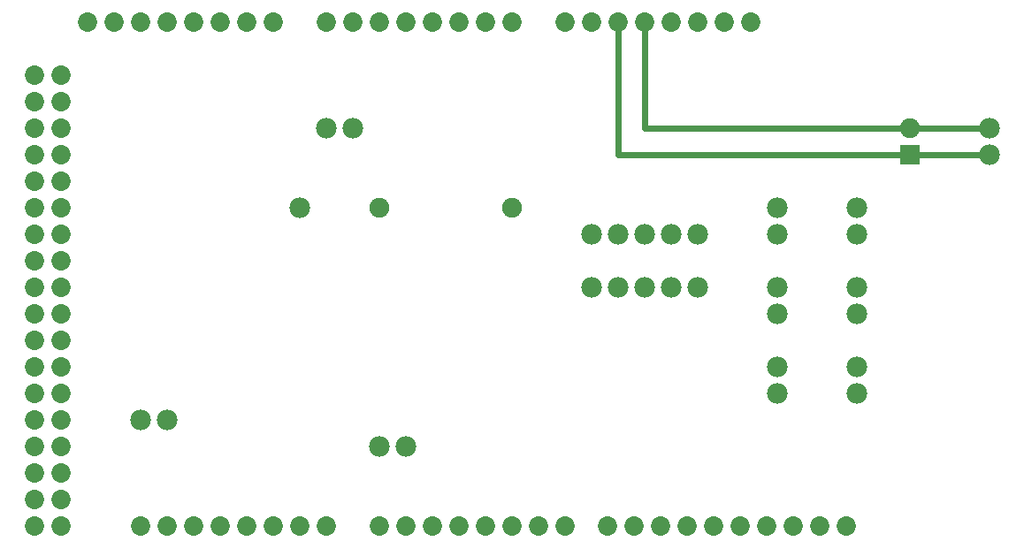
<source format=gtl>
G04 MADE WITH FRITZING*
G04 WWW.FRITZING.ORG*
G04 DOUBLE SIDED*
G04 HOLES PLATED*
G04 CONTOUR ON CENTER OF CONTOUR VECTOR*
%ASAXBY*%
%FSLAX23Y23*%
%MOIN*%
%OFA0B0*%
%SFA1.0B1.0*%
%ADD10C,0.072917*%
%ADD11C,0.075000*%
%ADD12C,0.078000*%
%ADD13R,0.075000X0.075000*%
%ADD14C,0.024000*%
%LNCOPPER1*%
G90*
G70*
G54D10*
X1003Y2013D03*
X2603Y2013D03*
X903Y2013D03*
X803Y2013D03*
X703Y2013D03*
X603Y2013D03*
X303Y613D03*
X503Y2013D03*
X403Y2013D03*
X2563Y113D03*
X2003Y2013D03*
X1903Y2013D03*
X1803Y2013D03*
X1703Y2013D03*
X303Y1413D03*
X1603Y2013D03*
X1503Y2013D03*
X1403Y2013D03*
X1303Y2013D03*
X1803Y113D03*
X303Y213D03*
X303Y1013D03*
X303Y1813D03*
X2963Y113D03*
X2203Y2013D03*
X2203Y113D03*
X303Y413D03*
X303Y813D03*
X303Y1213D03*
X603Y113D03*
X303Y1613D03*
X703Y113D03*
X803Y113D03*
X903Y113D03*
X1003Y113D03*
X1103Y113D03*
X1203Y113D03*
X1303Y113D03*
X3163Y113D03*
X2763Y113D03*
X2363Y113D03*
X2803Y2013D03*
X2403Y2013D03*
X1603Y113D03*
X2003Y113D03*
X303Y113D03*
X303Y313D03*
X303Y513D03*
X303Y713D03*
X303Y913D03*
X303Y1113D03*
X303Y1313D03*
X303Y1513D03*
X303Y1713D03*
X3263Y113D03*
X3063Y113D03*
X2863Y113D03*
X2663Y113D03*
X2463Y113D03*
X2903Y2013D03*
X2703Y2013D03*
X2503Y2013D03*
X2303Y2013D03*
X1503Y113D03*
X1703Y113D03*
X1903Y113D03*
X2103Y113D03*
X203Y113D03*
X203Y213D03*
X203Y313D03*
X203Y413D03*
X203Y513D03*
X203Y613D03*
X203Y713D03*
X203Y813D03*
X203Y913D03*
X203Y1013D03*
X203Y1113D03*
X203Y1213D03*
X203Y1313D03*
X203Y1413D03*
X203Y1513D03*
X203Y1613D03*
X203Y1713D03*
X203Y1813D03*
X1103Y2013D03*
G54D11*
X2003Y1313D03*
X1503Y1313D03*
X3503Y1513D03*
X3503Y1613D03*
G54D12*
X3003Y1313D03*
X3003Y1213D03*
X3003Y1313D03*
X3003Y1213D03*
X3003Y1013D03*
X3003Y913D03*
X3003Y1013D03*
X3003Y913D03*
X3003Y713D03*
X3003Y613D03*
X3003Y713D03*
X3003Y613D03*
X3303Y1313D03*
X3303Y1213D03*
X3303Y1313D03*
X3303Y1213D03*
X3303Y1013D03*
X3303Y913D03*
X3303Y1013D03*
X3303Y913D03*
X3303Y713D03*
X3303Y613D03*
X3303Y713D03*
X3303Y613D03*
X1603Y413D03*
X1503Y413D03*
X1603Y413D03*
X1503Y413D03*
X1403Y1613D03*
X1303Y1613D03*
X1403Y1613D03*
X1303Y1613D03*
X1203Y1313D03*
X1203Y1313D03*
X2703Y1213D03*
X2603Y1213D03*
X2503Y1213D03*
X2403Y1213D03*
X2303Y1213D03*
X2703Y1013D03*
X2603Y1013D03*
X2503Y1013D03*
X2403Y1013D03*
X2303Y1013D03*
X3803Y1613D03*
X3803Y1513D03*
X3803Y1613D03*
X3803Y1513D03*
X703Y513D03*
X603Y513D03*
X703Y513D03*
X603Y513D03*
G54D13*
X3503Y1513D03*
G54D14*
X2503Y1613D02*
X2503Y1983D01*
D02*
X3474Y1613D02*
X2503Y1613D01*
D02*
X2403Y1983D02*
X2403Y1513D01*
D02*
X2403Y1513D02*
X3474Y1513D01*
D02*
X3532Y1613D02*
X3773Y1613D01*
D02*
X3773Y1513D02*
X3532Y1513D01*
G04 End of Copper1*
M02*
</source>
